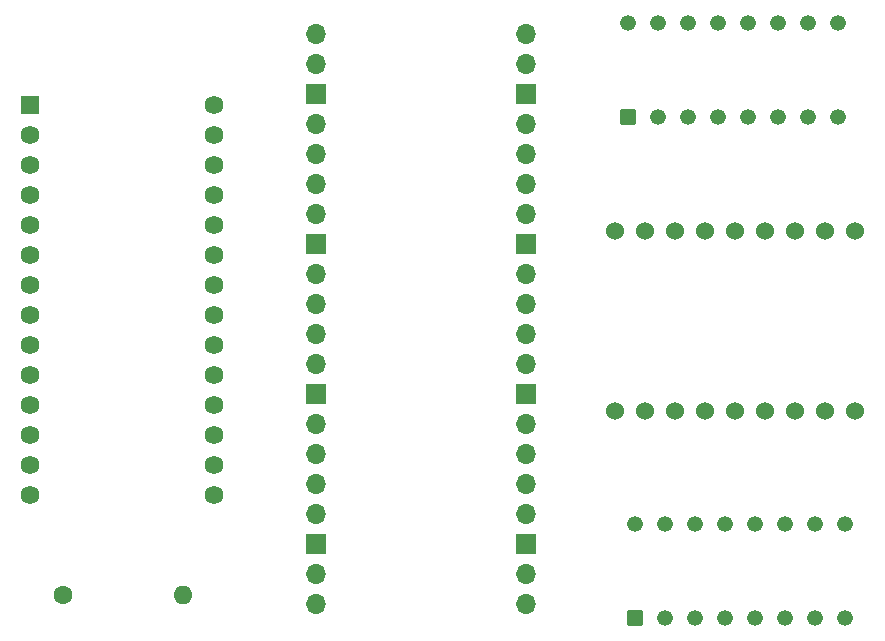
<source format=gbr>
%TF.GenerationSoftware,KiCad,Pcbnew,8.0.0*%
%TF.CreationDate,2025-04-21T08:56:31-05:00*%
%TF.ProjectId,drako-cyberstorm,6472616b-6f2d-4637-9962-657273746f72,2*%
%TF.SameCoordinates,Original*%
%TF.FileFunction,Soldermask,Bot*%
%TF.FilePolarity,Negative*%
%FSLAX46Y46*%
G04 Gerber Fmt 4.6, Leading zero omitted, Abs format (unit mm)*
G04 Created by KiCad (PCBNEW 8.0.0) date 2025-04-21 08:56:31*
%MOMM*%
%LPD*%
G01*
G04 APERTURE LIST*
G04 Aperture macros list*
%AMRoundRect*
0 Rectangle with rounded corners*
0 $1 Rounding radius*
0 $2 $3 $4 $5 $6 $7 $8 $9 X,Y pos of 4 corners*
0 Add a 4 corners polygon primitive as box body*
4,1,4,$2,$3,$4,$5,$6,$7,$8,$9,$2,$3,0*
0 Add four circle primitives for the rounded corners*
1,1,$1+$1,$2,$3*
1,1,$1+$1,$4,$5*
1,1,$1+$1,$6,$7*
1,1,$1+$1,$8,$9*
0 Add four rect primitives between the rounded corners*
20,1,$1+$1,$2,$3,$4,$5,0*
20,1,$1+$1,$4,$5,$6,$7,0*
20,1,$1+$1,$6,$7,$8,$9,0*
20,1,$1+$1,$8,$9,$2,$3,0*%
G04 Aperture macros list end*
%ADD10C,1.600000*%
%ADD11O,1.600000X1.600000*%
%ADD12RoundRect,0.102000X0.565000X-0.565000X0.565000X0.565000X-0.565000X0.565000X-0.565000X-0.565000X0*%
%ADD13C,1.334000*%
%ADD14RoundRect,0.102000X-0.689000X-0.689000X0.689000X-0.689000X0.689000X0.689000X-0.689000X0.689000X0*%
%ADD15C,1.582000*%
%ADD16O,1.700000X1.700000*%
%ADD17R,1.700000X1.700000*%
%ADD18C,1.524000*%
G04 APERTURE END LIST*
D10*
%TO.C,R1*%
X80670000Y-99250000D03*
D11*
X90830000Y-99250000D03*
%TD*%
D12*
%TO.C,U3*%
X128550000Y-58757500D03*
D13*
X131090000Y-58757500D03*
X133630000Y-58757500D03*
X136170000Y-58757500D03*
X138710000Y-58757500D03*
X141250000Y-58757500D03*
X143790000Y-58757500D03*
X146330000Y-58757500D03*
X146330000Y-50817500D03*
X143790000Y-50817500D03*
X141250000Y-50817500D03*
X138710000Y-50817500D03*
X136170000Y-50817500D03*
X133630000Y-50817500D03*
X131090000Y-50817500D03*
X128550000Y-50817500D03*
%TD*%
D14*
%TO.C,U2*%
X77942500Y-57740000D03*
D15*
X77942500Y-60280000D03*
X77942500Y-62820000D03*
X77942500Y-65360000D03*
X77942500Y-67900000D03*
X77942500Y-70440000D03*
X77942500Y-72980000D03*
X77942500Y-75520000D03*
X77942500Y-78060000D03*
X77942500Y-80600000D03*
X77942500Y-83140000D03*
X77942500Y-85680000D03*
X77942500Y-88220000D03*
X77942500Y-90760000D03*
X93500000Y-90760000D03*
X93500000Y-88220000D03*
X93500000Y-85680000D03*
X93500000Y-83140000D03*
X93500000Y-80600000D03*
X93500000Y-78060000D03*
X93500000Y-75520000D03*
X93500000Y-72980000D03*
X93500000Y-70440000D03*
X93500000Y-67900000D03*
X93500000Y-65360000D03*
X93500000Y-62820000D03*
X93500000Y-60280000D03*
X93500000Y-57740000D03*
%TD*%
D12*
%TO.C,U4*%
X129110000Y-101197500D03*
D13*
X131650000Y-101197500D03*
X134190000Y-101197500D03*
X136730000Y-101197500D03*
X139270000Y-101197500D03*
X141810000Y-101197500D03*
X144350000Y-101197500D03*
X146890000Y-101197500D03*
X146890000Y-93257500D03*
X144350000Y-93257500D03*
X141810000Y-93257500D03*
X139270000Y-93257500D03*
X136730000Y-93257500D03*
X134190000Y-93257500D03*
X131650000Y-93257500D03*
X129110000Y-93257500D03*
%TD*%
D16*
%TO.C,U1*%
X102160000Y-51730000D03*
X102160000Y-54270000D03*
D17*
X102160000Y-56810000D03*
D16*
X102160000Y-59350000D03*
X102160000Y-61890000D03*
X102160000Y-64430000D03*
X102160000Y-66970000D03*
D17*
X102160000Y-69510000D03*
D16*
X102160000Y-72050000D03*
X102160000Y-74590000D03*
X102160000Y-77130000D03*
X102160000Y-79670000D03*
D17*
X102160000Y-82210000D03*
D16*
X102160000Y-84750000D03*
X102160000Y-87290000D03*
X102160000Y-89830000D03*
X102160000Y-92370000D03*
D17*
X102160000Y-94910000D03*
D16*
X102160000Y-97450000D03*
X102160000Y-99990000D03*
X119940000Y-99990000D03*
X119940000Y-97450000D03*
D17*
X119940000Y-94910000D03*
D16*
X119940000Y-92370000D03*
X119940000Y-89830000D03*
X119940000Y-87290000D03*
X119940000Y-84750000D03*
D17*
X119940000Y-82210000D03*
D16*
X119940000Y-79670000D03*
X119940000Y-77130000D03*
X119940000Y-74590000D03*
X119940000Y-72050000D03*
D17*
X119940000Y-69510000D03*
D16*
X119940000Y-66970000D03*
X119940000Y-64430000D03*
X119940000Y-61890000D03*
X119940000Y-59350000D03*
D17*
X119940000Y-56810000D03*
D16*
X119940000Y-54270000D03*
X119940000Y-51730000D03*
%TD*%
D18*
%TO.C,Dual-7-Seg1*%
X127440000Y-83720000D03*
X129980000Y-83720000D03*
X132520000Y-83720000D03*
X135060000Y-83720000D03*
X137600000Y-83720000D03*
X140140000Y-83720000D03*
X142680000Y-83720000D03*
X145220000Y-83720000D03*
X147760000Y-83720000D03*
X147760000Y-68480000D03*
X145220000Y-68480000D03*
X142680000Y-68480000D03*
X140140000Y-68480000D03*
X137600000Y-68480000D03*
X135060000Y-68480000D03*
X132520000Y-68480000D03*
X129980000Y-68480000D03*
X127440000Y-68480000D03*
%TD*%
M02*

</source>
